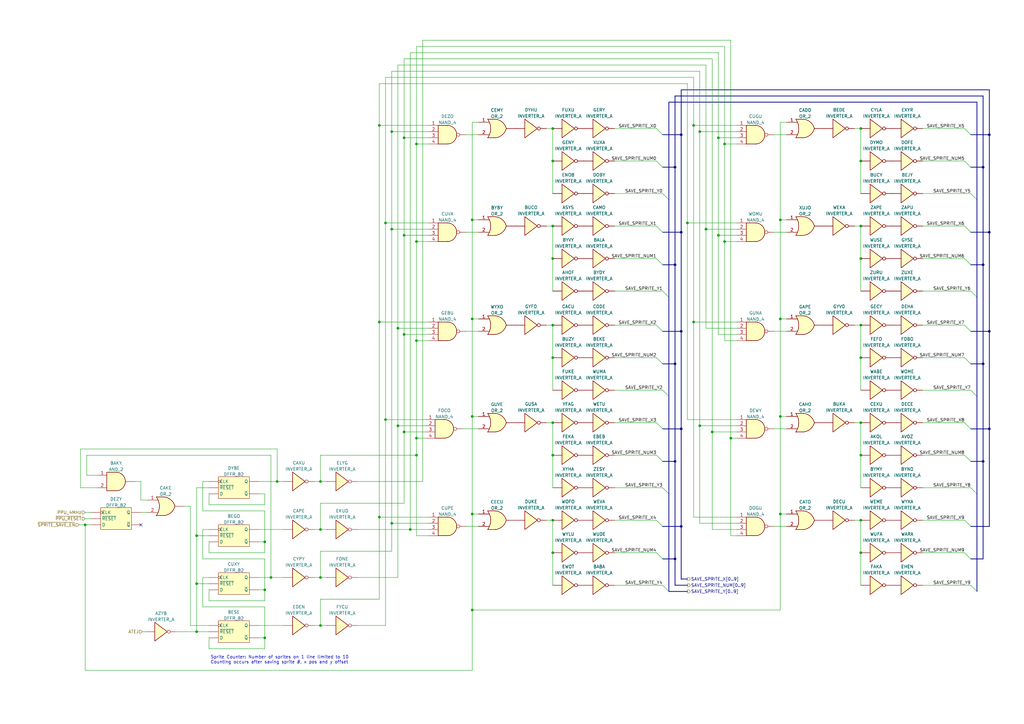
<source format=kicad_sch>
(kicad_sch (version 20230121) (generator eeschema)
  (paper "A3")
  (title_block (title "DMG-CPU B") (date "2023-04-22") (rev "0.5") (company "CC-BY-SA-4.0 Régis Galland & Michael Singer -- Derived work from Furrtek") (comment 1 "https://github.com/msinger/dmg-schematics"))
  (junction (at 80.645 219.71))
  (junction (at 405.765 135.89))
  (junction (at 34.925 215.265))
  (junction (at 160.655 214.63))
  (junction (at 405.765 55.245))
  (junction (at 320.04 210.82))
  (junction (at 108.585 241.935))
  (junction (at 289.56 93.98))
  (junction (at 287.02 53.975))
  (junction (at 226.695 52.705))
  (junction (at 297.18 99.06))
  (junction (at 405.765 175.895))
  (junction (at 131.445 197.485))
  (junction (at 320.04 90.17))
  (junction (at 284.48 132.08))
  (junction (at 131.445 256.54))
  (junction (at 80.645 239.395))
  (junction (at 320.04 130.81))
  (junction (at 299.72 179.705))
  (junction (at 165.735 137.16))
  (junction (at 353.06 92.71))
  (junction (at 111.125 236.855))
  (junction (at 155.575 51.435))
  (junction (at 353.06 173.355))
  (junction (at 294.64 56.515))
  (junction (at 108.585 222.25))
  (junction (at 155.575 212.09))
  (junction (at 403.225 108.585))
  (junction (at 226.695 213.36))
  (junction (at 113.665 197.485))
  (junction (at 292.1 177.165))
  (junction (at 403.225 189.23))
  (junction (at 226.695 186.69))
  (junction (at 276.86 149.225))
  (junction (at 276.86 68.58))
  (junction (at 353.06 66.04))
  (junction (at 226.695 146.685))
  (junction (at 163.195 134.62))
  (junction (at 403.225 149.225))
  (junction (at 160.655 93.98))
  (junction (at 155.575 132.08))
  (junction (at 353.06 213.36))
  (junction (at 353.06 106.045))
  (junction (at 168.275 217.17))
  (junction (at 193.675 90.17))
  (junction (at 297.18 59.055))
  (junction (at 279.4 95.25))
  (junction (at 226.695 226.695))
  (junction (at 131.445 236.855))
  (junction (at 279.4 215.9))
  (junction (at 276.86 189.23))
  (junction (at 276.86 108.585))
  (junction (at 193.675 130.81))
  (junction (at 353.06 146.685))
  (junction (at 226.695 173.355))
  (junction (at 193.675 250.19))
  (junction (at 276.86 229.235))
  (junction (at 287.02 174.625))
  (junction (at 170.815 186.69))
  (junction (at 170.815 179.705))
  (junction (at 403.225 68.58))
  (junction (at 226.695 92.71))
  (junction (at 165.735 177.165))
  (junction (at 353.06 133.35))
  (junction (at 284.48 51.435))
  (junction (at 160.655 53.975))
  (junction (at 320.04 170.815))
  (junction (at 353.06 52.705))
  (junction (at 163.195 174.625))
  (junction (at 279.4 175.895))
  (junction (at 279.4 135.89))
  (junction (at 165.735 56.515))
  (junction (at 80.645 259.08))
  (junction (at 226.695 66.04))
  (junction (at 158.115 172.085))
  (junction (at 226.695 106.045))
  (junction (at 353.06 186.69))
  (junction (at 353.06 226.695))
  (junction (at 279.4 55.245))
  (junction (at 226.695 133.35))
  (junction (at 405.765 95.25))
  (junction (at 170.815 99.06))
  (junction (at 108.585 261.62))
  (junction (at 158.115 91.44))
  (junction (at 131.445 217.17))
  (junction (at 294.64 96.52))
  (junction (at 193.675 210.82))
  (junction (at 165.735 96.52))
  (junction (at 193.675 170.815))
  (junction (at 170.815 139.7))
  (junction (at 170.815 59.055))
  (junction (at 281.94 91.44))
  (no_connect (at 57.785 215.265))
  (bus_entry (at 269.24 133.35) (size 2.54 2.54))
  (bus_entry (at 395.605 106.045) (size 2.54 2.54))
  (bus_entry (at 395.605 66.04) (size 2.54 2.54))
  (bus_entry (at 395.605 133.35) (size 2.54 2.54))
  (bus_entry (at 398.145 200.025) (size 2.54 2.54))
  (bus_entry (at 269.24 213.36) (size 2.54 2.54))
  (bus_entry (at 269.24 92.71) (size 2.54 2.54))
  (bus_entry (at 395.605 92.71) (size 2.54 2.54))
  (bus_entry (at 269.24 146.685) (size 2.54 2.54))
  (bus_entry (at 395.605 213.36) (size 2.54 2.54))
  (bus_entry (at 269.24 66.04) (size 2.54 2.54))
  (bus_entry (at 398.145 119.38) (size 2.54 2.54))
  (bus_entry (at 269.24 52.705) (size 2.54 2.54))
  (bus_entry (at 271.78 79.375) (size 2.54 2.54))
  (bus_entry (at 395.605 146.685) (size 2.54 2.54))
  (bus_entry (at 269.24 173.355) (size 2.54 2.54))
  (bus_entry (at 395.605 173.355) (size 2.54 2.54))
  (bus_entry (at 398.145 240.03) (size 2.54 2.54))
  (bus_entry (at 395.605 52.705) (size 2.54 2.54))
  (bus_entry (at 395.605 226.695) (size 2.54 2.54))
  (bus_entry (at 271.78 160.02) (size 2.54 2.54))
  (bus_entry (at 398.145 160.02) (size 2.54 2.54))
  (bus_entry (at 271.78 119.38) (size 2.54 2.54))
  (bus_entry (at 269.24 106.045) (size 2.54 2.54))
  (bus_entry (at 398.145 79.375) (size 2.54 2.54))
  (bus_entry (at 269.24 226.695) (size 2.54 2.54))
  (bus_entry (at 271.78 240.03) (size 2.54 2.54))
  (bus_entry (at 395.605 186.69) (size 2.54 2.54))
  (bus_entry (at 269.24 186.69) (size 2.54 2.54))
  (bus_entry (at 271.78 200.025) (size 2.54 2.54))
  (wire (pts (xy 170.815 59.055) (xy 170.815 99.06)))
  (wire (pts (xy 378.46 226.695) (xy 395.605 226.695)))
  (wire (pts (xy 193.675 170.815) (xy 193.675 210.82)))
  (wire (pts (xy 80.645 239.395) (xy 85.725 239.395)))
  (wire (pts (xy 322.58 130.81) (xy 320.04 130.81)))
  (wire (pts (xy 165.735 24.13) (xy 165.735 56.515)))
  (wire (pts (xy 350.52 133.35) (xy 353.06 133.35)))
  (wire (pts (xy 131.445 186.69) (xy 170.815 186.69)))
  (wire (pts (xy 297.18 59.055) (xy 302.26 59.055)))
  (wire (pts (xy 353.06 66.04) (xy 353.06 79.375)))
  (wire (pts (xy 111.125 236.855) (xy 111.125 186.69)))
  (wire (pts (xy 378.46 160.02) (xy 398.145 160.02)))
  (wire (pts (xy 83.185 236.855) (xy 85.725 236.855)))
  (wire (pts (xy 131.445 256.54) (xy 128.905 256.54)))
  (bus (pts (xy 271.78 95.25) (xy 279.4 95.25)))
  (wire (pts (xy 353.06 186.69) (xy 353.06 200.025)))
  (wire (pts (xy 196.215 50.165) (xy 193.675 50.165)))
  (bus (pts (xy 405.765 215.9) (xy 405.765 175.895)))
  (bus (pts (xy 274.32 202.565) (xy 274.32 162.56)))
  (wire (pts (xy 163.195 134.62) (xy 175.895 134.62)))
  (wire (pts (xy 146.685 197.485) (xy 173.355 197.485)))
  (wire (pts (xy 146.685 256.54) (xy 158.115 256.54)))
  (wire (pts (xy 34.925 215.265) (xy 34.925 274.955)))
  (bus (pts (xy 271.78 215.9) (xy 279.4 215.9)))
  (wire (pts (xy 378.46 146.685) (xy 395.605 146.685)))
  (bus (pts (xy 279.4 237.49) (xy 279.4 215.9)))
  (wire (pts (xy 322.58 55.245) (xy 317.5 55.245)))
  (wire (pts (xy 322.58 175.895) (xy 317.5 175.895)))
  (wire (pts (xy 155.575 51.435) (xy 155.575 132.08)))
  (wire (pts (xy 85.725 266.065) (xy 108.585 266.065)))
  (wire (pts (xy 160.655 214.63) (xy 175.895 214.63)))
  (wire (pts (xy 353.06 226.695) (xy 353.06 240.03)))
  (wire (pts (xy 80.645 259.08) (xy 85.725 259.08)))
  (wire (pts (xy 170.815 219.71) (xy 175.895 219.71)))
  (wire (pts (xy 170.815 179.705) (xy 170.815 139.7)))
  (wire (pts (xy 165.735 137.16) (xy 165.735 177.165)))
  (wire (pts (xy 292.1 217.17) (xy 302.26 217.17)))
  (wire (pts (xy 284.48 51.435) (xy 284.48 132.08)))
  (wire (pts (xy 320.04 90.17) (xy 320.04 130.81)))
  (wire (pts (xy 131.445 197.485) (xy 128.905 197.485)))
  (wire (pts (xy 40.005 200.025) (xy 33.02 200.025)))
  (bus (pts (xy 279.4 215.9) (xy 279.4 175.895)))
  (wire (pts (xy 33.02 184.15) (xy 113.665 184.15)))
  (bus (pts (xy 276.86 240.03) (xy 281.94 240.03)))
  (wire (pts (xy 165.735 177.165) (xy 174.625 177.165)))
  (wire (pts (xy 85.725 202.565) (xy 85.725 207.01)))
  (wire (pts (xy 131.445 236.855) (xy 131.445 226.06)))
  (wire (pts (xy 80.645 239.395) (xy 80.645 259.08)))
  (wire (pts (xy 80.645 200.025) (xy 85.725 200.025)))
  (wire (pts (xy 34.925 274.955) (xy 193.675 274.955)))
  (wire (pts (xy 108.585 207.01) (xy 108.585 202.565)))
  (wire (pts (xy 196.215 210.82) (xy 193.675 210.82)))
  (wire (pts (xy 299.72 179.705) (xy 302.26 179.705)))
  (bus (pts (xy 279.4 55.245) (xy 279.4 36.83)))
  (wire (pts (xy 226.695 226.695) (xy 226.695 240.03)))
  (wire (pts (xy 173.355 16.51) (xy 299.72 16.51)))
  (bus (pts (xy 405.765 55.245) (xy 405.765 95.25)))
  (wire (pts (xy 252.095 119.38) (xy 271.78 119.38)))
  (wire (pts (xy 287.02 174.625) (xy 287.02 214.63)))
  (wire (pts (xy 322.58 170.815) (xy 320.04 170.815)))
  (wire (pts (xy 284.48 212.09) (xy 302.26 212.09)))
  (wire (pts (xy 57.785 205.105) (xy 60.325 205.105)))
  (wire (pts (xy 320.04 50.165) (xy 320.04 90.17)))
  (wire (pts (xy 292.1 177.165) (xy 302.26 177.165)))
  (wire (pts (xy 78.105 207.645) (xy 75.565 207.645)))
  (wire (pts (xy 224.155 173.355) (xy 226.695 173.355)))
  (wire (pts (xy 322.58 90.17) (xy 320.04 90.17)))
  (wire (pts (xy 131.445 245.745) (xy 155.575 245.745)))
  (wire (pts (xy 158.115 31.75) (xy 284.48 31.75)))
  (wire (pts (xy 32.385 215.265) (xy 34.925 215.265)))
  (wire (pts (xy 353.06 213.36) (xy 353.06 226.695)))
  (wire (pts (xy 252.095 146.685) (xy 269.24 146.685)))
  (wire (pts (xy 297.18 139.7) (xy 302.26 139.7)))
  (wire (pts (xy 111.125 236.855) (xy 116.205 236.855)))
  (wire (pts (xy 350.52 52.705) (xy 353.06 52.705)))
  (wire (pts (xy 289.56 134.62) (xy 302.26 134.62)))
  (bus (pts (xy 400.685 242.57) (xy 400.685 202.565)))
  (wire (pts (xy 226.695 146.685) (xy 226.695 133.35)))
  (bus (pts (xy 276.86 229.235) (xy 276.86 189.23)))
  (bus (pts (xy 279.4 175.895) (xy 279.4 135.89)))
  (bus (pts (xy 276.86 68.58) (xy 276.86 108.585)))
  (wire (pts (xy 378.46 213.36) (xy 395.605 213.36)))
  (bus (pts (xy 271.78 55.245) (xy 279.4 55.245)))
  (wire (pts (xy 170.815 99.06) (xy 175.895 99.06)))
  (wire (pts (xy 131.445 256.54) (xy 131.445 245.745)))
  (bus (pts (xy 276.86 240.03) (xy 276.86 229.235)))
  (wire (pts (xy 320.04 210.82) (xy 320.04 250.19)))
  (wire (pts (xy 108.585 202.565) (xy 106.045 202.565)))
  (wire (pts (xy 55.245 197.485) (xy 57.785 197.485)))
  (wire (pts (xy 163.195 26.67) (xy 289.56 26.67)))
  (wire (pts (xy 83.185 229.235) (xy 108.585 229.235)))
  (wire (pts (xy 34.925 215.265) (xy 37.465 215.265)))
  (wire (pts (xy 158.115 31.75) (xy 158.115 91.44)))
  (wire (pts (xy 158.115 256.54) (xy 158.115 172.085)))
  (wire (pts (xy 113.665 197.485) (xy 116.205 197.485)))
  (wire (pts (xy 160.655 29.21) (xy 287.02 29.21)))
  (wire (pts (xy 294.64 56.515) (xy 294.64 21.59)))
  (bus (pts (xy 274.32 121.92) (xy 274.32 81.915)))
  (wire (pts (xy 292.1 177.165) (xy 292.1 217.17)))
  (wire (pts (xy 168.275 21.59) (xy 294.64 21.59)))
  (wire (pts (xy 294.64 96.52) (xy 294.64 56.515)))
  (wire (pts (xy 196.215 130.81) (xy 193.675 130.81)))
  (wire (pts (xy 170.815 186.69) (xy 170.815 219.71)))
  (wire (pts (xy 155.575 34.29) (xy 155.575 51.435)))
  (wire (pts (xy 353.06 66.04) (xy 353.06 52.705)))
  (wire (pts (xy 196.215 95.25) (xy 191.135 95.25)))
  (bus (pts (xy 274.32 81.915) (xy 274.32 41.91)))
  (wire (pts (xy 353.06 186.69) (xy 353.06 173.355)))
  (wire (pts (xy 170.815 59.055) (xy 175.895 59.055)))
  (wire (pts (xy 158.115 91.44) (xy 158.115 172.085)))
  (wire (pts (xy 196.215 175.895) (xy 189.865 175.895)))
  (wire (pts (xy 170.815 179.705) (xy 170.815 186.69)))
  (wire (pts (xy 170.815 19.05) (xy 170.815 59.055)))
  (wire (pts (xy 252.095 92.71) (xy 269.24 92.71)))
  (wire (pts (xy 224.155 52.705) (xy 226.695 52.705)))
  (bus (pts (xy 398.145 229.235) (xy 403.225 229.235)))
  (bus (pts (xy 400.685 162.56) (xy 400.685 202.565)))
  (bus (pts (xy 271.78 229.235) (xy 276.86 229.235)))
  (wire (pts (xy 322.58 135.89) (xy 317.5 135.89)))
  (wire (pts (xy 287.02 53.975) (xy 302.26 53.975)))
  (bus (pts (xy 274.32 162.56) (xy 274.32 121.92)))
  (bus (pts (xy 274.32 242.57) (xy 274.32 202.565)))
  (wire (pts (xy 85.725 222.25) (xy 85.725 226.695)))
  (wire (pts (xy 133.985 236.855) (xy 131.445 236.855)))
  (bus (pts (xy 403.225 108.585) (xy 403.225 149.225)))
  (wire (pts (xy 289.56 93.98) (xy 289.56 26.67)))
  (wire (pts (xy 35.56 194.945) (xy 40.005 194.945)))
  (wire (pts (xy 378.46 79.375) (xy 398.145 79.375)))
  (wire (pts (xy 160.655 53.975) (xy 160.655 93.98)))
  (wire (pts (xy 165.735 206.375) (xy 165.735 177.165)))
  (wire (pts (xy 378.46 133.35) (xy 395.605 133.35)))
  (wire (pts (xy 173.355 197.485) (xy 173.355 16.51)))
  (wire (pts (xy 281.94 91.44) (xy 281.94 172.085)))
  (wire (pts (xy 108.585 222.25) (xy 106.045 222.25)))
  (wire (pts (xy 85.725 256.54) (xy 78.105 256.54)))
  (bus (pts (xy 281.94 237.49) (xy 279.4 237.49)))
  (bus (pts (xy 398.145 68.58) (xy 403.225 68.58)))
  (wire (pts (xy 160.655 29.21) (xy 160.655 53.975)))
  (wire (pts (xy 85.725 217.17) (xy 83.185 217.17)))
  (wire (pts (xy 108.585 261.62) (xy 106.045 261.62)))
  (bus (pts (xy 405.765 135.89) (xy 405.765 175.895)))
  (wire (pts (xy 146.685 236.855) (xy 163.195 236.855)))
  (wire (pts (xy 252.095 106.045) (xy 269.24 106.045)))
  (wire (pts (xy 193.675 250.19) (xy 193.675 210.82)))
  (wire (pts (xy 297.18 99.06) (xy 297.18 139.7)))
  (wire (pts (xy 170.815 179.705) (xy 174.625 179.705)))
  (wire (pts (xy 108.585 266.065) (xy 108.585 261.62)))
  (wire (pts (xy 287.02 53.975) (xy 287.02 174.625)))
  (wire (pts (xy 226.695 66.04) (xy 226.695 79.375)))
  (wire (pts (xy 155.575 132.08) (xy 155.575 212.09)))
  (bus (pts (xy 403.225 68.58) (xy 403.225 108.585)))
  (bus (pts (xy 279.4 135.89) (xy 279.4 95.25)))
  (wire (pts (xy 158.115 91.44) (xy 175.895 91.44)))
  (wire (pts (xy 378.46 200.025) (xy 398.145 200.025)))
  (wire (pts (xy 108.585 229.235) (xy 108.585 241.935)))
  (wire (pts (xy 196.215 135.89) (xy 191.135 135.89)))
  (wire (pts (xy 106.045 197.485) (xy 113.665 197.485)))
  (wire (pts (xy 80.645 239.395) (xy 80.645 219.71)))
  (bus (pts (xy 405.765 95.25) (xy 405.765 135.89)))
  (wire (pts (xy 320.04 250.19) (xy 193.675 250.19)))
  (wire (pts (xy 131.445 206.375) (xy 165.735 206.375)))
  (wire (pts (xy 294.64 96.52) (xy 302.26 96.52)))
  (bus (pts (xy 271.78 189.23) (xy 276.86 189.23)))
  (wire (pts (xy 168.275 21.59) (xy 168.275 217.17)))
  (bus (pts (xy 276.86 189.23) (xy 276.86 149.225)))
  (wire (pts (xy 193.675 50.165) (xy 193.675 90.17)))
  (bus (pts (xy 276.86 149.225) (xy 276.86 108.585)))
  (wire (pts (xy 350.52 213.36) (xy 353.06 213.36)))
  (bus (pts (xy 398.145 215.9) (xy 405.765 215.9)))
  (wire (pts (xy 133.985 217.17) (xy 131.445 217.17)))
  (wire (pts (xy 83.185 236.855) (xy 83.185 248.92)))
  (bus (pts (xy 398.145 149.225) (xy 403.225 149.225)))
  (wire (pts (xy 158.115 172.085) (xy 174.625 172.085)))
  (wire (pts (xy 350.52 92.71) (xy 353.06 92.71)))
  (wire (pts (xy 322.58 50.165) (xy 320.04 50.165)))
  (bus (pts (xy 271.78 108.585) (xy 276.86 108.585)))
  (wire (pts (xy 281.94 34.29) (xy 281.94 91.44)))
  (wire (pts (xy 287.02 214.63) (xy 302.26 214.63)))
  (bus (pts (xy 400.685 81.915) (xy 400.685 121.92)))
  (wire (pts (xy 83.185 248.92) (xy 108.585 248.92)))
  (wire (pts (xy 155.575 51.435) (xy 175.895 51.435)))
  (wire (pts (xy 226.695 186.69) (xy 226.695 200.025)))
  (wire (pts (xy 292.1 24.13) (xy 292.1 177.165)))
  (bus (pts (xy 398.145 108.585) (xy 403.225 108.585)))
  (wire (pts (xy 287.02 53.975) (xy 287.02 29.21)))
  (wire (pts (xy 284.48 31.75) (xy 284.48 51.435)))
  (wire (pts (xy 299.72 16.51) (xy 299.72 179.705)))
  (wire (pts (xy 165.735 24.13) (xy 292.1 24.13)))
  (bus (pts (xy 398.145 135.89) (xy 405.765 135.89)))
  (wire (pts (xy 281.94 172.085) (xy 302.26 172.085)))
  (wire (pts (xy 108.585 248.92) (xy 108.585 261.62)))
  (wire (pts (xy 165.735 56.515) (xy 165.735 96.52)))
  (wire (pts (xy 34.925 212.725) (xy 37.465 212.725)))
  (wire (pts (xy 252.095 160.02) (xy 271.78 160.02)))
  (wire (pts (xy 146.685 217.17) (xy 168.275 217.17)))
  (bus (pts (xy 271.78 135.89) (xy 279.4 135.89)))
  (wire (pts (xy 108.585 209.55) (xy 108.585 222.25)))
  (wire (pts (xy 252.095 66.04) (xy 269.24 66.04)))
  (wire (pts (xy 85.725 241.935) (xy 85.725 246.38)))
  (wire (pts (xy 131.445 226.06) (xy 160.655 226.06)))
  (bus (pts (xy 400.685 121.92) (xy 400.685 162.56)))
  (wire (pts (xy 353.06 106.045) (xy 353.06 119.38)))
  (bus (pts (xy 405.765 55.245) (xy 405.765 36.83)))
  (wire (pts (xy 378.46 240.03) (xy 398.145 240.03)))
  (wire (pts (xy 78.105 256.54) (xy 78.105 207.645)))
  (bus (pts (xy 279.4 36.83) (xy 405.765 36.83)))
  (wire (pts (xy 302.26 51.435) (xy 284.48 51.435)))
  (wire (pts (xy 226.695 173.355) (xy 226.695 186.69)))
  (wire (pts (xy 160.655 93.98) (xy 160.655 214.63)))
  (wire (pts (xy 163.195 134.62) (xy 163.195 174.625)))
  (wire (pts (xy 85.725 207.01) (xy 108.585 207.01)))
  (wire (pts (xy 196.215 90.17) (xy 193.675 90.17)))
  (wire (pts (xy 34.925 210.185) (xy 37.465 210.185)))
  (wire (pts (xy 297.18 59.055) (xy 297.18 99.06)))
  (wire (pts (xy 165.735 137.16) (xy 175.895 137.16)))
  (wire (pts (xy 378.46 119.38) (xy 398.145 119.38)))
  (wire (pts (xy 299.72 219.71) (xy 302.26 219.71)))
  (wire (pts (xy 106.045 256.54) (xy 116.205 256.54)))
  (wire (pts (xy 111.125 186.69) (xy 35.56 186.69)))
  (wire (pts (xy 224.155 213.36) (xy 226.695 213.36)))
  (wire (pts (xy 193.675 130.81) (xy 193.675 170.815)))
  (wire (pts (xy 353.06 133.35) (xy 353.06 146.685)))
  (wire (pts (xy 131.445 236.855) (xy 128.905 236.855)))
  (wire (pts (xy 322.58 95.25) (xy 317.5 95.25)))
  (wire (pts (xy 378.46 52.705) (xy 395.605 52.705)))
  (wire (pts (xy 163.195 174.625) (xy 174.625 174.625)))
  (wire (pts (xy 155.575 212.09) (xy 175.895 212.09)))
  (wire (pts (xy 252.095 186.69) (xy 269.24 186.69)))
  (wire (pts (xy 163.195 26.67) (xy 163.195 134.62)))
  (wire (pts (xy 131.445 217.17) (xy 128.905 217.17)))
  (wire (pts (xy 168.275 217.17) (xy 175.895 217.17)))
  (wire (pts (xy 252.095 213.36) (xy 269.24 213.36)))
  (wire (pts (xy 353.06 106.045) (xy 353.06 92.71)))
  (wire (pts (xy 170.815 19.05) (xy 297.18 19.05)))
  (wire (pts (xy 252.095 52.705) (xy 269.24 52.705)))
  (bus (pts (xy 276.86 39.37) (xy 403.225 39.37)))
  (wire (pts (xy 155.575 245.745) (xy 155.575 212.09)))
  (bus (pts (xy 274.32 41.91) (xy 400.685 41.91)))
  (wire (pts (xy 294.64 137.16) (xy 294.64 96.52)))
  (wire (pts (xy 85.725 246.38) (xy 108.585 246.38)))
  (bus (pts (xy 271.78 149.225) (xy 276.86 149.225)))
  (wire (pts (xy 131.445 197.485) (xy 131.445 186.69)))
  (bus (pts (xy 398.145 95.25) (xy 405.765 95.25)))
  (wire (pts (xy 322.58 210.82) (xy 320.04 210.82)))
  (wire (pts (xy 165.735 56.515) (xy 175.895 56.515)))
  (wire (pts (xy 106.045 236.855) (xy 111.125 236.855)))
  (wire (pts (xy 284.48 132.08) (xy 302.26 132.08)))
  (wire (pts (xy 193.675 90.17) (xy 193.675 130.81)))
  (wire (pts (xy 294.64 56.515) (xy 302.26 56.515)))
  (wire (pts (xy 83.185 197.485) (xy 85.725 197.485)))
  (wire (pts (xy 57.785 197.485) (xy 57.785 205.105)))
  (wire (pts (xy 160.655 226.06) (xy 160.655 214.63)))
  (wire (pts (xy 226.695 106.045) (xy 226.695 119.38)))
  (bus (pts (xy 403.225 39.37) (xy 403.225 68.58)))
  (wire (pts (xy 160.655 93.98) (xy 175.895 93.98)))
  (bus (pts (xy 398.145 55.245) (xy 405.765 55.245)))
  (wire (pts (xy 252.095 173.355) (xy 269.24 173.355)))
  (wire (pts (xy 378.46 106.045) (xy 395.605 106.045)))
  (wire (pts (xy 170.815 139.7) (xy 170.815 99.06)))
  (bus (pts (xy 398.145 189.23) (xy 403.225 189.23)))
  (wire (pts (xy 226.695 213.36) (xy 226.695 226.695)))
  (wire (pts (xy 193.675 274.955) (xy 193.675 250.19)))
  (wire (pts (xy 155.575 34.29) (xy 281.94 34.29)))
  (wire (pts (xy 378.46 173.355) (xy 395.605 173.355)))
  (wire (pts (xy 353.06 146.685) (xy 353.06 160.02)))
  (wire (pts (xy 297.18 99.06) (xy 302.26 99.06)))
  (wire (pts (xy 163.195 236.855) (xy 163.195 174.625)))
  (bus (pts (xy 274.32 242.57) (xy 281.94 242.57)))
  (wire (pts (xy 83.185 217.17) (xy 83.185 229.235)))
  (wire (pts (xy 226.695 52.705) (xy 226.695 66.04)))
  (wire (pts (xy 131.445 217.17) (xy 131.445 206.375)))
  (wire (pts (xy 57.785 210.185) (xy 60.325 210.185)))
  (wire (pts (xy 108.585 246.38) (xy 108.585 241.935)))
  (bus (pts (xy 403.225 149.225) (xy 403.225 189.23)))
  (wire (pts (xy 160.655 53.975) (xy 175.895 53.975)))
  (wire (pts (xy 108.585 241.935) (xy 106.045 241.935)))
  (bus (pts (xy 398.145 175.895) (xy 405.765 175.895)))
  (wire (pts (xy 196.215 215.9) (xy 191.135 215.9)))
  (wire (pts (xy 72.39 259.08) (xy 80.645 259.08)))
  (wire (pts (xy 294.64 137.16) (xy 302.26 137.16)))
  (wire (pts (xy 252.095 200.025) (xy 271.78 200.025)))
  (bus (pts (xy 271.78 68.58) (xy 276.86 68.58)))
  (wire (pts (xy 196.215 170.815) (xy 193.675 170.815)))
  (wire (pts (xy 320.04 170.815) (xy 320.04 210.82)))
  (wire (pts (xy 284.48 132.08) (xy 284.48 212.09)))
  (wire (pts (xy 252.095 226.695) (xy 269.24 226.695)))
  (wire (pts (xy 165.735 96.52) (xy 175.895 96.52)))
  (wire (pts (xy 170.815 139.7) (xy 175.895 139.7)))
  (bus (pts (xy 271.78 175.895) (xy 279.4 175.895)))
  (wire (pts (xy 58.42 259.08) (xy 59.69 259.08)))
  (wire (pts (xy 226.695 146.685) (xy 226.695 160.02)))
  (wire (pts (xy 33.02 200.025) (xy 33.02 184.15)))
  (wire (pts (xy 252.095 133.35) (xy 269.24 133.35)))
  (bus (pts (xy 276.86 68.58) (xy 276.86 39.37)))
  (bus (pts (xy 400.685 81.915) (xy 400.685 41.91)))
  (wire (pts (xy 80.645 219.71) (xy 85.725 219.71)))
  (wire (pts (xy 350.52 173.355) (xy 353.06 173.355)))
  (wire (pts (xy 320.04 130.81) (xy 320.04 170.815)))
  (wire (pts (xy 224.155 92.71) (xy 226.695 92.71)))
  (wire (pts (xy 83.185 209.55) (xy 108.585 209.55)))
  (wire (pts (xy 196.215 55.245) (xy 191.135 55.245)))
  (wire (pts (xy 297.18 59.055) (xy 297.18 19.05)))
  (wire (pts (xy 322.58 215.9) (xy 317.5 215.9)))
  (wire (pts (xy 289.56 134.62) (xy 289.56 93.98)))
  (wire (pts (xy 83.185 197.485) (xy 83.185 209.55)))
  (wire (pts (xy 224.155 133.35) (xy 226.695 133.35)))
  (wire (pts (xy 281.94 91.44) (xy 302.26 91.44)))
  (wire (pts (xy 378.46 186.69) (xy 395.605 186.69)))
  (wire (pts (xy 113.665 184.15) (xy 113.665 197.485)))
  (wire (pts (xy 85.725 226.695) (xy 108.585 226.695)))
  (wire (pts (xy 106.045 217.17) (xy 116.205 217.17)))
  (wire (pts (xy 226.695 92.71) (xy 226.695 106.045)))
  (wire (pts (xy 287.02 174.625) (xy 302.26 174.625)))
  (wire (pts (xy 80.645 200.025) (xy 80.645 219.71)))
  (wire (pts (xy 378.46 92.71) (xy 395.605 92.71)))
  (wire (pts (xy 85.725 261.62) (xy 85.725 266.065)))
  (bus (pts (xy 279.4 55.245) (xy 279.4 95.25)))
  (wire (pts (xy 35.56 186.69) (xy 35.56 194.945)))
  (wire (pts (xy 299.72 179.705) (xy 299.72 219.71)))
  (bus (pts (xy 403.225 189.23) (xy 403.225 229.235)))
  (wire (pts (xy 252.095 79.375) (xy 271.78 79.375)))
  (wire (pts (xy 133.985 197.485) (xy 131.445 197.485)))
  (wire (pts (xy 165.735 137.16) (xy 165.735 96.52)))
  (wire (pts (xy 108.585 226.695) (xy 108.585 222.25)))
  (wire (pts (xy 155.575 132.08) (xy 175.895 132.08)))
  (wire (pts (xy 252.095 240.03) (xy 271.78 240.03)))
  (wire (pts (xy 289.56 93.98) (xy 302.26 93.98)))
  (wire (pts (xy 378.46 66.04) (xy 395.605 66.04)))
  (wire (pts (xy 133.985 256.54) (xy 131.445 256.54)))
  (text "Sprite Counter: Number of sprites on 1 line limited to 10\nCounting occurs after saving sprite #, x pos and y offset" (at 86.36 272.415 0) (effects (font (size 1.27 1.27)) (justify left bottom)))
  (label "SAVE_SPRITE_NUM0" (at 269.24 66.04 180))
  (label "SAVE_SPRITE_NUM8" (at 395.605 186.69 180))
  (label "SAVE_SPRITE_X4" (at 269.24 213.36 180))
  (label "SAVE_SPRITE_Y3" (at 271.78 200.025 180))
  (label "SAVE_SPRITE_X0" (at 269.24 52.705 180))
  (label "SAVE_SPRITE_Y2" (at 271.78 160.02 180))
  (label "SAVE_SPRITE_NUM9" (at 395.605 226.695 180))
  (label "SAVE_SPRITE_NUM1" (at 269.24 106.045 180))
  (label "SAVE_SPRITE_Y1" (at 271.78 119.38 180))
  (label "SAVE_SPRITE_X2" (at 269.24 133.35 180))
  (label "SAVE_SPRITE_X5" (at 395.605 52.705 180))
  (label "SAVE_SPRITE_NUM6" (at 395.605 106.045 180))
  (label "SAVE_SPRITE_NUM7" (at 395.605 146.685 180))
  (label "SAVE_SPRITE_NUM4" (at 269.24 226.695 180))
  (label "SAVE_SPRITE_Y9" (at 398.145 240.03 180))
  (label "SAVE_SPRITE_X6" (at 395.605 92.71 180))
  (label "SAVE_SPRITE_X8" (at 395.605 173.355 180))
  (label "SAVE_SPRITE_NUM3" (at 269.24 186.69 180))
  (label "SAVE_SPRITE_X7" (at 395.605 133.35 180))
  (label "SAVE_SPRITE_Y6" (at 398.145 119.38 180))
  (label "SAVE_SPRITE_Y8" (at 398.145 200.025 180))
  (label "SAVE_SPRITE_X1" (at 269.24 92.71 180))
  (label "SAVE_SPRITE_Y0" (at 271.78 79.375 180))
  (label "SAVE_SPRITE_X3" (at 269.24 173.355 180))
  (label "SAVE_SPRITE_Y7" (at 398.145 160.02 180))
  (label "SAVE_SPRITE_NUM5" (at 395.605 66.04 180))
  (label "SAVE_SPRITE_NUM2" (at 269.24 146.685 180))
  (label "SAVE_SPRITE_Y4" (at 271.78 240.03 180))
  (label "SAVE_SPRITE_X9" (at 395.605 213.36 180))
  (label "SAVE_SPRITE_Y5" (at 398.145 79.375 180))
  (hierarchical_label "SAVE_SPRITE_NUM[0..9]" (shape output) (at 281.94 240.03 0))
  (hierarchical_label "PPU_4MHz" (shape input) (at 34.925 210.185 180))
  (hierarchical_label "SAVE_SPRITE_X[0..9]" (shape output) (at 281.94 237.49 0))
  (hierarchical_label "~{SPRITE_SAVE_EN}" (shape input) (at 32.385 215.265 180))
  (hierarchical_label "~{PPU_RESET}" (shape input) (at 34.925 212.725 180))
  (hierarchical_label "ATEJ" (shape input) (at 58.42 259.08 180))
  (hierarchical_label "SAVE_SPRITE_Y[0..9]" (shape output) (at 281.94 242.57 0))
  (symbol (lib_id "DMG_CPU_Cells:INVERTER_A") (at 372.11 226.695 0) (unit 1)
    (property "Reference" "WARA" (at 372.11 219.075 0))
    (property "Value" "INVERTER_A" (at 372.11 221.6119 0))
    (property "Datasheet" "http://iceboy.a-singer.de/doc/dmg_cells.html#inv_a" (effects hide))
  )
  (symbol (lib_id "DMG_CPU_Cells:INVERTER_A") (at 122.555 217.17 0) (unit 1)
    (property "Reference" "CAPE" (at 122.555 209.55 0))
    (property "Value" "INVERTER_A" (at 122.555 212.0869 0))
    (property "Datasheet" "http://iceboy.a-singer.de/doc/dmg_cells.html#inv_a" (effects hide))
  )
  (symbol (lib_id "DMG_CPU_Cells:INVERTER_A") (at 359.41 106.045 0) (unit 1)
    (property "Reference" "WUSE" (at 359.41 98.425 0))
    (property "Value" "INVERTER_A" (at 359.41 100.9619 0))
    (property "Datasheet" "http://iceboy.a-singer.de/doc/dmg_cells.html#inv_a" (effects hide))
  )
  (symbol (lib_id "DMG_CPU_Cells:INVERTER_A") (at 122.555 256.54 0) (unit 1)
    (property "Reference" "EDEN" (at 122.555 248.92 0))
    (property "Value" "INVERTER_A" (at 122.555 251.4569 0))
    (property "Datasheet" "http://iceboy.a-singer.de/doc/dmg_cells.html#inv_a" (effects hide))
  )
  (symbol (lib_id "DMG_CPU_Cells:OR_2") (at 203.835 133.35 0) (unit 1)
    (property "Reference" "WYXO" (at 203.8348 125.8402 0))
    (property "Value" "OR_2" (at 203.8348 128.3771 0))
    (property "Datasheet" "http://iceboy.a-singer.de/doc/dmg_cells.html#or2" (effects hide))
  )
  (symbol (lib_id "DMG_CPU_Cells:DFFR_B2") (at 95.885 239.395 0) (unit 1)
    (property "Reference" "CUXY" (at 95.885 231.3772 0))
    (property "Value" "DFFR_B2" (at 95.885 233.9141 0))
    (property "Datasheet" "http://iceboy.a-singer.de/doc/dmg_cells.html#dffr_b2" (effects hide))
  )
  (symbol (lib_id "DMG_CPU_Cells:AND_2") (at 47.625 197.485 0) (unit 1)
    (property "Reference" "BAKY" (at 47.625 189.9752 0))
    (property "Value" "AND_2" (at 47.625 192.5121 0))
    (property "Datasheet" "http://iceboy.a-singer.de/doc/dmg_cells.html#and2" (effects hide))
  )
  (symbol (lib_id "DMG_CPU_Cells:INVERTER_A") (at 217.805 133.35 0) (unit 1)
    (property "Reference" "GYFO" (at 217.805 125.73 0))
    (property "Value" "INVERTER_A" (at 217.805 128.2669 0))
    (property "Datasheet" "http://iceboy.a-singer.de/doc/dmg_cells.html#inv_a" (effects hide))
  )
  (symbol (lib_id "DMG_CPU_Cells:INVERTER_A") (at 245.745 226.695 0) (unit 1)
    (property "Reference" "WUDE" (at 245.745 219.075 0))
    (property "Value" "INVERTER_A" (at 245.745 221.6119 0))
    (property "Datasheet" "http://iceboy.a-singer.de/doc/dmg_cells.html#inv_a" (effects hide))
  )
  (symbol (lib_id "DMG_CPU_Cells:INVERTER_A") (at 140.335 197.485 0) (unit 1)
    (property "Reference" "ELYG" (at 140.335 189.865 0))
    (property "Value" "INVERTER_A" (at 140.335 192.4019 0))
    (property "Datasheet" "http://iceboy.a-singer.de/doc/dmg_cells.html#inv_a" (effects hide))
  )
  (symbol (lib_id "DMG_CPU_Cells:NAND_4") (at 309.88 95.25 0) (unit 1)
    (property "Reference" "WOMU" (at 309.88 87.7402 0))
    (property "Value" "NAND_4" (at 309.88 90.2771 0))
    (property "Datasheet" "http://iceboy.a-singer.de/doc/dmg_cells.html#nand4" (effects hide))
  )
  (symbol (lib_id "DMG_CPU_Cells:NAND_4") (at 182.245 175.895 0) (unit 1)
    (property "Reference" "FOCO" (at 182.245 168.3852 0))
    (property "Value" "NAND_4" (at 182.245 170.9221 0))
    (property "Datasheet" "http://iceboy.a-singer.de/doc/dmg_cells.html#nand4" (effects hide))
  )
  (symbol (lib_id "DMG_CPU_Cells:INVERTER_A") (at 217.805 52.705 0) (unit 1)
    (property "Reference" "DYHU" (at 217.805 45.085 0))
    (property "Value" "INVERTER_A" (at 217.805 47.6219 0))
    (property "Datasheet" "http://iceboy.a-singer.de/doc/dmg_cells.html#inv_a" (effects hide))
  )
  (symbol (lib_id "DMG_CPU_Cells:INVERTER_A") (at 372.11 66.04 0) (unit 1)
    (property "Reference" "DOFE" (at 372.11 58.42 0))
    (property "Value" "INVERTER_A" (at 372.11 60.9569 0))
    (property "Datasheet" "http://iceboy.a-singer.de/doc/dmg_cells.html#inv_a" (effects hide))
  )
  (symbol (lib_id "DMG_CPU_Cells:OR_2") (at 330.2 133.35 0) (unit 1)
    (property "Reference" "GAPE" (at 330.1998 125.8402 0))
    (property "Value" "OR_2" (at 330.1998 128.3771 0))
    (property "Datasheet" "http://iceboy.a-singer.de/doc/dmg_cells.html#or2" (effects hide))
  )
  (symbol (lib_id "DMG_CPU_Cells:NAND_4") (at 309.88 215.9 0) (unit 1)
    (property "Reference" "DOGU" (at 309.88 208.3902 0))
    (property "Value" "NAND_4" (at 309.88 210.9271 0))
    (property "Datasheet" "http://iceboy.a-singer.de/doc/dmg_cells.html#nand4" (effects hide))
  )
  (symbol (lib_id "DMG_CPU_Cells:NAND_4") (at 183.515 135.89 0) (unit 1)
    (property "Reference" "GEBU" (at 183.515 128.3802 0))
    (property "Value" "NAND_4" (at 183.515 130.9171 0))
    (property "Datasheet" "http://iceboy.a-singer.de/doc/dmg_cells.html#nand4" (effects hide))
  )
  (symbol (lib_id "DMG_CPU_Cells:INVERTER_A") (at 245.745 240.03 0) (unit 1)
    (property "Reference" "BABA" (at 245.745 232.41 0))
    (property "Value" "INVERTER_A" (at 245.745 234.9469 0))
    (property "Datasheet" "http://iceboy.a-singer.de/doc/dmg_cells.html#inv_a" (effects hide))
  )
  (symbol (lib_id "DMG_CPU_Cells:INVERTER_A") (at 359.41 92.71 0) (unit 1)
    (property "Reference" "ZAPE" (at 359.41 85.09 0))
    (property "Value" "INVERTER_A" (at 359.41 87.6269 0))
    (property "Datasheet" "http://iceboy.a-singer.de/doc/dmg_cells.html#inv_a" (effects hide))
  )
  (symbol (lib_id "DMG_CPU_Cells:INVERTER_A") (at 359.41 160.02 0) (unit 1)
    (property "Reference" "WABE" (at 359.41 152.4 0))
    (property "Value" "INVERTER_A" (at 359.41 154.9369 0))
    (property "Datasheet" "http://iceboy.a-singer.de/doc/dmg_cells.html#inv_a" (effects hide))
  )
  (symbol (lib_id "DMG_CPU_Cells:INVERTER_A") (at 359.41 79.375 0) (unit 1)
    (property "Reference" "BUCY" (at 359.41 71.755 0))
    (property "Value" "INVERTER_A" (at 359.41 74.2919 0))
    (property "Datasheet" "http://iceboy.a-singer.de/doc/dmg_cells.html#inv_a" (effects hide))
  )
  (symbol (lib_id "DMG_CPU_Cells:INVERTER_A") (at 217.805 213.36 0) (unit 1)
    (property "Reference" "DUKE" (at 217.805 205.74 0))
    (property "Value" "INVERTER_A" (at 217.805 208.2769 0))
    (property "Datasheet" "http://iceboy.a-singer.de/doc/dmg_cells.html#inv_a" (effects hide))
  )
  (symbol (lib_id "DMG_CPU_Cells:OR_2") (at 330.2 213.36 0) (unit 1)
    (property "Reference" "CATO" (at 330.1998 205.8502 0))
    (property "Value" "OR_2" (at 330.1998 208.3871 0))
    (property "Datasheet" "http://iceboy.a-singer.de/doc/dmg_cells.html#or2" (effects hide))
  )
  (symbol (lib_id "DMG_CPU_Cells:INVERTER_A") (at 372.11 213.36 0) (unit 1)
    (property "Reference" "WYXA" (at 372.11 205.74 0))
    (property "Value" "INVERTER_A" (at 372.11 208.2769 0))
    (property "Datasheet" "http://iceboy.a-singer.de/doc/dmg_cells.html#inv_a" (effects hide))
  )
  (symbol (lib_id "DMG_CPU_Cells:INVERTER_A") (at 122.555 236.855 0) (unit 1)
    (property "Reference" "CYPY" (at 122.555 229.235 0))
    (property "Value" "INVERTER_A" (at 122.555 231.7719 0))
    (property "Datasheet" "http://iceboy.a-singer.de/doc/dmg_cells.html#inv_a" (effects hide))
  )
  (symbol (lib_id "DMG_CPU_Cells:INVERTER_A") (at 372.11 146.685 0) (unit 1)
    (property "Reference" "FOBO" (at 372.11 139.065 0))
    (property "Value" "INVERTER_A" (at 372.11 141.6019 0))
    (property "Datasheet" "http://iceboy.a-singer.de/doc/dmg_cells.html#inv_a" (effects hide))
  )
  (symbol (lib_id "DMG_CPU_Cells:NAND_4") (at 183.515 55.245 0) (unit 1)
    (property "Reference" "DEZO" (at 183.515 47.7352 0))
    (property "Value" "NAND_4" (at 183.515 50.2721 0))
    (property "Datasheet" "http://iceboy.a-singer.de/doc/dmg_cells.html#nand4" (effects hide))
  )
  (symbol (lib_id "DMG_CPU_Cells:INVERTER_A") (at 359.41 200.025 0) (unit 1)
    (property "Reference" "BYMY" (at 359.41 192.405 0))
    (property "Value" "INVERTER_A" (at 359.41 194.9419 0))
    (property "Datasheet" "http://iceboy.a-singer.de/doc/dmg_cells.html#inv_a" (effects hide))
  )
  (symbol (lib_id "DMG_CPU_Cells:INVERTER_A") (at 233.045 66.04 0) (unit 1)
    (property "Reference" "GENY" (at 233.045 58.42 0))
    (property "Value" "INVERTER_A" (at 233.045 60.9569 0))
    (property "Datasheet" "http://iceboy.a-singer.de/doc/dmg_cells.html#inv_a" (effects hide))
  )
  (symbol (lib_id "DMG_CPU_Cells:INVERTER_A") (at 233.045 133.35 0) (unit 1)
    (property "Reference" "CACU" (at 233.045 125.73 0))
    (property "Value" "INVERTER_A" (at 233.045 128.2669 0))
    (property "Datasheet" "http://iceboy.a-singer.de/doc/dmg_cells.html#inv_a" (effects hide))
  )
  (symbol (lib_id "DMG_CPU_Cells:INVERTER_A") (at 233.045 226.695 0) (unit 1)
    (property "Reference" "WYLU" (at 233.045 219.075 0))
    (property "Value" "INVERTER_A" (at 233.045 221.6119 0))
    (property "Datasheet" "http://iceboy.a-singer.de/doc/dmg_cells.html#inv_a" (effects hide))
  )
  (symbol (lib_id "DMG_CPU_Cells:INVERTER_A") (at 372.11 186.69 0) (unit 1)
    (property "Reference" "AVOZ" (at 372.11 179.07 0))
    (property "Value" "INVERTER_A" (at 372.11 181.6069 0))
    (property "Datasheet" "http://iceboy.a-singer.de/doc/dmg_cells.html#inv_a" (effects hide))
  )
  (symbol (lib_id "DMG_CPU_Cells:INVERTER_A") (at 122.555 197.485 0) (unit 1)
    (property "Reference" "CAXU" (at 122.555 189.865 0))
    (property "Value" "INVERTER_A" (at 122.555 192.4019 0))
    (property "Datasheet" "http://iceboy.a-singer.de/doc/dmg_cells.html#inv_a" (effects hide))
  )
  (symbol (lib_id "DMG_CPU_Cells:INVERTER_A") (at 245.745 92.71 0) (unit 1)
    (property "Reference" "CAMO" (at 245.745 85.09 0))
    (property "Value" "INVERTER_A" (at 245.745 87.6269 0))
    (property "Datasheet" "http://iceboy.a-singer.de/doc/dmg_cells.html#inv_a" (effects hide))
  )
  (symbol (lib_id "DMG_CPU_Cells:INVERTER_A") (at 245.745 133.35 0) (unit 1)
    (property "Reference" "CODE" (at 245.745 125.73 0))
    (property "Value" "INVERTER_A" (at 245.745 128.2669 0))
    (property "Datasheet" "http://iceboy.a-singer.de/doc/dmg_cells.html#inv_a" (effects hide))
  )
  (symbol (lib_id "DMG_CPU_Cells:OR_2") (at 67.945 207.645 0) (unit 1)
    (property "Reference" "CAKE" (at 67.9448 200.1352 0))
    (property "Value" "OR_2" (at 67.9448 202.6721 0))
    (property "Datasheet" "http://iceboy.a-singer.de/doc/dmg_cells.html#or2" (effects hide))
  )
  (symbol (lib_id "DMG_CPU_Cells:OR_2") (at 203.835 92.71 0) (unit 1)
    (property "Reference" "BYBY" (at 203.8348 85.2002 0))
    (property "Value" "OR_2" (at 203.8348 87.7371 0))
    (property "Datasheet" "http://iceboy.a-singer.de/doc/dmg_cells.html#or2" (effects hide))
  )
  (symbol (lib_id "DMG_CPU_Cells:INVERTER_A") (at 359.41 186.69 0) (unit 1)
    (property "Reference" "AKOL" (at 359.41 179.07 0))
    (property "Value" "INVERTER_A" (at 359.41 181.6069 0))
    (property "Datasheet" "http://iceboy.a-singer.de/doc/dmg_cells.html#inv_a" (effects hide))
  )
  (symbol (lib_id "DMG_CPU_Cells:INVERTER_A") (at 233.045 52.705 0) (unit 1)
    (property "Reference" "FUXU" (at 233.045 45.085 0))
    (property "Value" "INVERTER_A" (at 233.045 47.6219 0))
    (property "Datasheet" "http://iceboy.a-singer.de/doc/dmg_cells.html#inv_a" (effects hide))
  )
  (symbol (lib_id "DMG_CPU_Cells:INVERTER_A") (at 233.045 160.02 0) (unit 1)
    (property "Reference" "FUKE" (at 233.045 152.4 0))
    (property "Value" "INVERTER_A" (at 233.045 154.9369 0))
    (property "Datasheet" "http://iceboy.a-singer.de/doc/dmg_cells.html#inv_a" (effects hide))
  )
  (symbol (lib_id "DMG_CPU_Cells:NAND_4") (at 309.88 175.895 0) (unit 1)
    (property "Reference" "DEWY" (at 309.88 168.3852 0))
    (property "Value" "NAND_4" (at 309.88 170.9221 0))
    (property "Datasheet" "http://iceboy.a-singer.de/doc/dmg_cells.html#nand4" (effects hide))
  )
  (symbol (lib_id "DMG_CPU_Cells:INVERTER_A") (at 344.17 173.355 0) (unit 1)
    (property "Reference" "BUKA" (at 344.17 165.735 0))
    (property "Value" "INVERTER_A" (at 344.17 168.2719 0))
    (property "Datasheet" "http://iceboy.a-singer.de/doc/dmg_cells.html#inv_a" (effects hide))
  )
  (symbol (lib_id "DMG_CPU_Cells:OR_2") (at 330.2 92.71 0) (unit 1)
    (property "Reference" "XUJO" (at 330.1998 85.2002 0))
    (property "Value" "OR_2" (at 330.1998 87.7371 0))
    (property "Datasheet" "http://iceboy.a-singer.de/doc/dmg_cells.html#or2" (effects hide))
  )
  (symbol (lib_id "DMG_CPU_Cells:NAND_4") (at 183.515 95.25 0) (unit 1)
    (property "Reference" "CUVA" (at 183.515 87.7402 0))
    (property "Value" "NAND_4" (at 183.515 90.2771 0))
    (property "Datasheet" "http://iceboy.a-singer.de/doc/dmg_cells.html#nand4" (effects hide))
  )
  (symbol (lib_id "DMG_CPU_Cells:INVERTER_A") (at 372.11 79.375 0) (unit 1)
    (property "Reference" "BEJY" (at 372.11 71.755 0))
    (property "Value" "INVERTER_A" (at 372.11 74.2919 0))
    (property "Datasheet" "http://iceboy.a-singer.de/doc/dmg_cells.html#inv_a" (effects hide))
  )
  (symbol (lib_id "DMG_CPU_Cells:INVERTER_A") (at 245.745 52.705 0) (unit 1)
    (property "Reference" "GERY" (at 245.745 45.085 0))
    (property "Value" "INVERTER_A" (at 245.745 47.6219 0))
    (property "Datasheet" "http://iceboy.a-singer.de/doc/dmg_cells.html#inv_a" (effects hide))
  )
  (symbol (lib_id "DMG_CPU_Cells:INVERTER_A") (at 359.41 66.04 0) (unit 1)
    (property "Reference" "DYMO" (at 359.41 58.42 0))
    (property "Value" "INVERTER_A" (at 359.41 60.9569 0))
    (property "Datasheet" "http://iceboy.a-singer.de/doc/dmg_cells.html#inv_a" (effects hide))
  )
  (symbol (lib_id "DMG_CPU_Cells:INVERTER_A") (at 233.045 106.045 0) (unit 1)
    (property "Reference" "BYVY" (at 233.045 98.425 0))
    (property "Value" "INVERTER_A" (at 233.045 100.9619 0))
    (property "Datasheet" "http://iceboy.a-singer.de/doc/dmg_cells.html#inv_a" (effects hide))
  )
  (symbol (lib_id "DMG_CPU_Cells:OR_2") (at 203.835 213.36 0) (unit 1)
    (property "Reference" "CECU" (at 203.8348 205.8502 0))
    (property "Value" "OR_2" (at 203.8348 208.3871 0))
    (property "Datasheet" "http://iceboy.a-singer.de/doc/dmg_cells.html#or2" (effects hide))
  )
  (symbol (lib_id "DMG_CPU_Cells:INVERTER_A") (at 372.11 106.045 0) (unit 1)
    (property "Reference" "GYSE" (at 372.11 98.425 0))
    (property "Value" "INVERTER_A" (at 372.11 100.9619 0))
    (property "Datasheet" "http://iceboy.a-singer.de/doc/dmg_cells.html#inv_a" (effects hide))
  )
  (symbol (lib_id "DMG_CPU_Cells:INVERTER_A") (at 140.335 236.855 0) (unit 1)
    (property "Reference" "FONE" (at 140.335 229.235 0))
    (property "Value" "INVERTER_A" (at 140.335 231.7719 0))
    (property "Datasheet" "http://iceboy.a-singer.de/doc/dmg_cells.html#inv_a" (effects hide))
  )
  (symbol (lib_id "DMG_CPU_Cells:OR_2") (at 203.835 173.355 0) (unit 1)
    (property "Reference" "GUVE" (at 203.8348 165.8452 0))
    (property "Value" "OR_2" (at 203.8348 168.3821 0))
    (property "Datasheet" "http://iceboy.a-singer.de/doc/dmg_cells.html#or2" (effects hide))
  )
  (symbol (lib_id "DMG_CPU_Cells:INVERTER_A") (at 245.745 160.02 0) (unit 1)
    (property "Reference" "WUMA" (at 245.745 152.4 0))
    (property "Value" "INVERTER_A" (at 245.745 154.9369 0))
    (property "Datasheet" "http://iceboy.a-singer.de/doc/dmg_cells.html#inv_a" (effects hide))
  )
  (symbol (lib_id "DMG_CPU_Cells:OR_2") (at 330.2 52.705 0) (unit 1)
    (property "Reference" "CADO" (at 330.1998 45.1952 0))
    (property "Value" "OR_2" (at 330.1998 47.7321 0))
    (property "Datasheet" "http://iceboy.a-singer.de/doc/dmg_cells.html#or2" (effects hide))
  )
  (symbol (lib_id "DMG_CPU_Cells:INVERTER_A") (at 372.11 52.705 0) (unit 1)
    (property "Reference" "EXYR" (at 372.11 45.085 0))
    (property "Value" "INVERTER_A" (at 372.11 47.6219 0))
    (property "Datasheet" "http://iceboy.a-singer.de/doc/dmg_cells.html#inv_a" (effects hide))
  )
  (symbol (lib_id "DMG_CPU_Cells:INVERTER_A") (at 233.045 79.375 0) (unit 1)
    (property "Reference" "ENOB" (at 233.045 71.755 0))
    (property "Value" "INVERTER_A" (at 233.045 74.2919 0))
    (property "Datasheet" "http://iceboy.a-singer.de/doc/dmg_cells.html#inv_a" (effects hide))
  )
  (symbol (lib_id "DMG_CPU_Cells:INVERTER_A") (at 245.745 186.69 0) (unit 1)
    (property "Reference" "EBEB" (at 245.745 179.07 0))
    (property "Value" "INVERTER_A" (at 245.745 181.6069 0))
    (property "Datasheet" "http://iceboy.a-singer.de/doc/dmg_cells.html#inv_a" (effects hide))
  )
  (symbol (lib_id "DMG_CPU_Cells:INVERTER_A") (at 372.11 119.38 0) (unit 1)
    (property "Reference" "ZUXE" (at 372.11 111.76 0))
    (property "Value" "INVERTER_A" (at 372.11 114.2969 0))
    (property "Datasheet" "http://iceboy.a-singer.de/doc/dmg_cells.html#inv_a" (effects hide))
  )
  (symbol (lib_id "DMG_CPU_Cells:INVERTER_A") (at 233.045 213.36 0) (unit 1)
    (property "Reference" "WOFO" (at 233.045 205.74 0))
    (property "Value" "INVERTER_A" (at 233.045 208.2769 0))
    (property "Datasheet" "http://iceboy.a-singer.de/doc/dmg_cells.html#inv_a" (effects hide))
  )
  (symbol (lib_id "DMG_CPU_Cells:INVERTER_A") (at 233.045 240.03 0) (unit 1)
    (property "Reference" "EWOT" (at 233.045 232.41 0))
    (property "Value" "INVERTER_A" (at 233.045 234.9469 0))
    (property "Datasheet" "http://iceboy.a-singer.de/doc/dmg_cells.html#inv_a" (effects hide))
  )
  (symbol (lib_id "DMG_CPU_Cells:INVERTER_A") (at 245.745 106.045 0) (unit 1)
    (property "Reference" "BALA" (at 245.745 98.425 0))
    (property "Value" "INVERTER_A" (at 245.745 100.9619 0))
    (property "Datasheet" "http://iceboy.a-singer.de/doc/dmg_cells.html#inv_a" (effects hide))
  )
  (symbol (lib_id "DMG_CPU_Cells:INVERTER_A") (at 140.335 217.17 0) (unit 1)
    (property "Reference" "EKUD" (at 140.335 209.55 0))
    (property "Value" "INVERTER_A" (at 140.335 212.0869 0))
    (property "Datasheet" "http://iceboy.a-singer.de/doc/dmg_cells.html#inv_a" (effects hide))
  )
  (symbol (lib_id "DMG_CPU_Cells:INVERTER_A") (at 344.17 52.705 0) (unit 1)
    (property "Reference" "BEDE" (at 344.17 45.085 0))
    (property "Value" "INVERTER_A" (at 344.17 47.6219 0))
    (property "Datasheet" "http://iceboy.a-singer.de/doc/dmg_cells.html#inv_a" (effects hide))
  )
  (symbol (lib_id "DMG_CPU_Cells:INVERTER_A") (at 359.41 213.36 0) (unit 1)
    (property "Reference" "WEME" (at 359.41 205.74 0))
    (property "Value" "INVERTER_A" (at 359.41 208.2769 0))
    (property "Datasheet" "http://iceboy.a-singer.de/doc/dmg_cells.html#inv_a" (effects hide))
  )
  (symbol (lib_id "DMG_CPU_Cells:INVERTER_A") (at 217.805 92.71 0) (unit 1)
    (property "Reference" "BUCO" (at 217.805 85.09 0))
    (property "Value" "INVERTER_A" (at 217.805 87.6269 0))
    (property "Datasheet" "http://iceboy.a-singer.de/doc/dmg_cells.html#inv_a" (effects hide))
  )
  (symbol (lib_id "DMG_CPU_Cells:INVERTER_A") (at 344.17 133.35 0) (unit 1)
    (property "Reference" "GYVO" (at 344.17 125.73 0))
    (property "Value" "INVERTER_A" (at 344.17 128.2669 0))
    (property "Datasheet" "http://iceboy.a-singer.de/doc/dmg_cells.html#inv_a" (effects hide))
  )
  (symbol (lib_id "DMG_CPU_Cells:INVERTER_A") (at 372.11 173.355 0) (unit 1)
    (property "Reference" "DECE" (at 372.11 165.735 0))
    (property "Value" "INVERTER_A" (at 372.11 168.2719 0))
    (property "Datasheet" "http://iceboy.a-singer.de/doc/dmg_cells.html#inv_a" (effects hide))
  )
  (symbol (lib_id "DMG_CPU_Cells:INVERTER_A") (at 245.745 146.685 0) (unit 1)
    (property "Reference" "BEKE" (at 245.745 139.065 0))
    (property "Value" "INVERTER_A" (at 245.745 141.6019 0))
    (property "Datasheet" "http://iceboy.a-singer.de/doc/dmg_cells.html#inv_a" (effects hide))
  )
  (symbol (lib_id "DMG_CPU_Cells:INVERTER_A") (at 245.745 173.355 0) (unit 1)
    (property "Reference" "WETU" (at 245.745 165.735 0))
    (property "Value" "INVERTER_A" (at 245.745 168.2719 0))
    (property "Datasheet" "http://iceboy.a-singer.de/doc/dmg_cells.html#inv_a" (effects hide))
  )
  (symbol (lib_id "DMG_CPU_Cells:DFFR_B2") (at 95.885 219.71 0) (unit 1)
    (property "Reference" "BEGO" (at 95.885 211.6922 0))
    (property "Value" "DFFR_B2" (at 95.885 214.2291 0))
    (property "Datasheet" "http://iceboy.a-singer.de/doc/dmg_cells.html#dffr_b2" (effects hide))
  )
  (symbol (lib_id "DMG_CPU_Cells:NAND_4") (at 309.88 135.89 0) (unit 1)
    (property "Reference" "GUNA" (at 309.88 128.3802 0))
    (property "Value" "NAND_4" (at 309.88 130.9171 0))
    (property "Datasheet" "http://iceboy.a-singer.de/doc/dmg_cells.html#nand4" (effects hide))
  )
  (symbol (lib_id "DMG_CPU_Cells:INVERTER_A") (at 359.41 173.355 0) (unit 1)
    (property "Reference" "CEXU" (at 359.41 165.735 0))
    (property "Value" "INVERTER_A" (at 359.41 168.2719 0))
    (property "Datasheet" "http://iceboy.a-singer.de/doc/dmg_cells.html#inv_a" (effects hide))
  )
  (symbol (lib_id "DMG_CPU_Cells:INVERTER_A") (at 372.11 92.71 0) (unit 1)
    (property "Reference" "ZAPU" (at 372.11 85.09 0))
    (property "Value" "INVERTER_A" (at 372.11 87.6269 0))
    (property "Datasheet" "http://iceboy.a-singer.de/doc/dmg_cells.html#inv_a" (effects hide))
  )
  (symbol (lib_id "DMG_CPU_Cells:INVERTER_A") (at 245.745 213.36 0) (unit 1)
    (property "Reference" "WEVA" (at 245.745 205.74 0))
    (property "Value" "INVERTER_A" (at 245.745 208.2769 0))
    (property "Datasheet" "http://iceboy.a-singer.de/doc/dmg_cells.html#inv_a" (effects hide))
  )
  (symbol (lib_id "DMG_CPU_Cells:INVERTER_A") (at 140.335 256.54 0) (unit 1)
    (property "Reference" "FYCU" (at 140.335 248.92 0))
    (property "Value" "INVERTER_A" (at 140.335 251.4569 0))
    (property "Datasheet" "http://iceboy.a-singer.de/doc/dmg_cells.html#inv_a" (effects hide))
  )
  (symbol (lib_id "DMG_CPU_Cells:NAND_4") (at 309.88 55.245 0) (unit 1)
    (property "Reference" "CUGU" (at 309.88 47.7352 0))
    (property "Value" "NAND_4" (at 309.88 50.2721 0))
    (property "Datasheet" "http://iceboy.a-singer.de/doc/dmg_cells.html#nand4" (effects hide))
  )
  (symbol (lib_id "DMG_CPU_Cells:INVERTER_A") (at 233.045 146.685 0) (unit 1)
    (property "Reference" "BUZY" (at 233.045 139.065 0))
    (property "Value" "INVERTER_A" (at 233.045 141.6019 0))
    (property "Datasheet" "http://iceboy.a-singer.de/doc/dmg_cells.html#inv_a" (effects hide))
  )
  (symbol (lib_id "DMG_CPU_Cells:INVERTER_A") (at 233.045 186.69 0) (unit 1)
    (property "Reference" "FEKA" (at 233.045 179.07 0))
    (property "Value" "INVERTER_A" (at 233.045 181.6069 0))
    (property "Datasheet" "http://iceboy.a-singer.de/doc/dmg_cells.html#inv_a" (effects hide))
  )
  (symbol (lib_id "DMG_CPU_Cells:DFFR_B2") (at 95.885 200.025 0) (unit 1)
    (property "Reference" "DYBE" (at 95.885 192.0072 0))
    (property "Value" "DFFR_B2" (at 95.885 194.5441 0))
    (property "Datasheet" "http://iceboy.a-singer.de/doc/dmg_cells.html#dffr_b2" (effects hide))
  )
  (symbol (lib_id "DMG_CPU_Cells:INVERTER_A") (at 372.11 200.025 0) (unit 1)
    (property "Reference" "BYNO" (at 372.11 192.405 0))
    (property "Value" "INVERTER_A" (at 372.11 194.9419 0))
    (property "Datasheet" "http://iceboy.a-singer.de/doc/dmg_cells.html#inv_a" (effects hide))
  )
  (symbol (lib_id "DMG_CPU_Cells:NAND_4") (at 183.515 215.9 0) (unit 1)
    (property "Reference" "CUPE" (at 183.515 208.3902 0))
    (property "Value" "NAND_4" (at 183.515 210.9271 0))
    (property "Datasheet" "http://iceboy.a-singer.de/doc/dmg_cells.html#nand4" (effects hide))
  )
  (symbol (lib_id "DMG_CPU_Cells:DFFR_B2") (at 95.885 259.08 0) (unit 1)
    (property "Reference" "BESE" (at 95.885 251.0622 0))
    (property "Value" "DFFR_B2" (at 95.885 253.5991 0))
    (property "Datasheet" "http://iceboy.a-singer.de/doc/dmg_cells.html#dffr_b2" (effects hide))
  )
  (symbol (lib_id "DMG_CPU_Cells:INVERTER_A") (at 233.045 92.71 0) (unit 1)
    (property "Reference" "ASYS" (at 233.045 85.09 0))
    (property "Value" "INVERTER_A" (at 233.045 87.6269 0))
    (property "Datasheet" "http://iceboy.a-singer.de/doc/dmg_cells.html#inv_a" (effects hide))
  )
  (symbol (lib_id "DMG_CPU_Cells:INVERTER_A") (at 233.045 200.025 0) (unit 1)
    (property "Reference" "XYHA" (at 233.045 192.405 0))
    (property "Value" "INVERTER_A" (at 233.045 194.9419 0))
    (property "Datasheet" "http://iceboy.a-singer.de/doc/dmg_cells.html#inv_a" (effects hide))
  )
  (symbol (lib_id "DMG_CPU_Cells:DFFR_B2") (at 47.625 212.725 0) (unit 1)
    (property "Reference" "DEZY" (at 47.625 204.7072 0))
    (property "Value" "DFFR_B2" (at 47.625 207.2441 0))
    (property "Datasheet" "http://iceboy.a-singer.de/doc/dmg_cells.html#dffr_b2" (effects hide))
  )
  (symbol (lib_id "DMG_CPU_Cells:INVERTER_A") (at 359.41 119.38 0) (unit 1)
    (property "Reference" "ZURU" (at 359.41 111.76 0))
    (property "Value" "INVERTER_A" (at 359.41 114.2969 0))
    (property "Datasheet" "http://iceboy.a-singer.de/doc/dmg_cells.html#inv_a" (effects hide))
  )
  (symbol (lib_id "DMG_CPU_Cells:INVERTER_A") (at 233.045 119.38 0) (unit 1)
    (property "Reference" "AHOF" (at 233.045 111.76 0))
    (property "Value" "INVERTER_A" (at 233.045 114.2969 0))
    (property "Datasheet" "http://iceboy.a-singer.de/doc/dmg_cells.html#inv_a" (effects hide))
  )
  (symbol (lib_id "DMG_CPU_Cells:INVERTER_A") (at 66.04 259.08 0) (unit 1)
    (property "Reference" "AZYB" (at 66.04 251.5702 0))
    (property "Value" "INVERTER_A" (at 66.04 254.1071 0))
    (property "Datasheet" "http://iceboy.a-singer.de/doc/dmg_cells.html#inv_a" (effects hide))
  )
  (symbol (lib_id "DMG_CPU_Cells:INVERTER_A") (at 372.11 133.35 0) (unit 1)
    (property "Reference" "DEHA" (at 372.11 125.73 0))
    (property "Value" "INVERTER_A" (at 372.11 128.2669 0))
    (property "Datasheet" "http://iceboy.a-singer.de/doc/dmg_cells.html#inv_a" (effects hide))
  )
  (symbol (lib_id "DMG_CPU_Cells:INVERTER_A") (at 359.41 52.705 0) (unit 1)
    (property "Reference" "CYLA" (at 359.41 45.085 0))
    (property "Value" "INVERTER_A" (at 359.41 47.6219 0))
    (property "Datasheet" "http://iceboy.a-singer.de/doc/dmg_cells.html#inv_a" (effects hide))
  )
  (symbol (lib_id "DMG_CPU_Cells:INVERTER_A") (at 245.745 119.38 0) (unit 1)
    (property "Reference" "BYDY" (at 245.745 111.76 0))
    (property "Value" "INVERTER_A" (at 245.745 114.2969 0))
    (property "Datasheet" "http://iceboy.a-singer.de/doc/dmg_cells.html#inv_a" (effects hide))
  )
  (symbol (lib_id "DMG_CPU_Cells:INVERTER_A") (at 233.045 173.355 0) (unit 1)
    (property "Reference" "YFAG" (at 233.045 165.735 0))
    (property "Value" "INVERTER_A" (at 233.045 168.2719 0))
    (property "Datasheet" "http://iceboy.a-singer.de/doc/dmg_cells.html#inv_a" (effects hide))
  )
  (symbol (lib_id "DMG_CPU_Cells:INVERTER_A") (at 372.11 240.03 0) (unit 1)
    (property "Reference" "EHEN" (at 372.11 232.41 0))
    (property "Value" "INVERTER_A" (at 372.11 234.9469 0))
    (property "Datasheet" "http://iceboy.a-singer.de/doc/dmg_cells.html#inv_a" (effects hide))
  )
  (symbol (lib_id "DMG_CPU_Cells:INVERTER_A") (at 372.11 160.02 0) (unit 1)
    (property "Reference" "WOME" (at 372.11 152.4 0))
    (property "Value" "INVERTER_A" (at 372.11 154.9369 0))
    (property "Datasheet" "http://iceboy.a-singer.de/doc/dmg_cells.html#inv_a" (effects hide))
  )
  (symbol (lib_id "DMG_CPU_Cells:INVERTER_A") (at 245.745 66.04 0) (unit 1)
    (property "Reference" "XUXA" (at 245.745 58.42 0))
    (property "Value" "INVERTER_A" (at 245.745 60.9569 0))
    (property "Datasheet" "http://iceboy.a-singer.de/doc/dmg_cells.html#inv_a" (effects hide))
  )
  (symbol (lib_id "DMG_CPU_Cells:OR_2") (at 330.2 173.355 0) (unit 1)
    (property "Reference" "CAHO" (at 330.1998 165.8452 0))
    (property "Value" "OR_2" (at 330.1998 168.3821 0))
    (property "Datasheet" "http://iceboy.a-singer.de/doc/dmg_cells.html#or2" (effects hide))
  )
  (symbol (lib_id "DMG_CPU_Cells:INVERTER_A") (at 359.41 240.03 0) (unit 1)
    (property "Reference" "FAKA" (at 359.41 232.41 0))
    (property "Value" "INVERTER_A" (at 359.41 234.9469 0))
    (property "Datasheet" "http://iceboy.a-singer.de/doc/dmg_cells.html#inv_a" (effects hide))
  )
  (symbol (lib_id "DMG_CPU_Cells:INVERTER_A") (at 359.41 133.35 0) (unit 1)
    (property "Reference" "GECY" (at 359.41 125.73 0))
    (property "Value" "INVERTER_A" (at 359.41 128.2669 0))
    (property "Datasheet" "http://iceboy.a-singer.de/doc/dmg_cells.html#inv_a" (effects hide))
  )
  (symbol (lib_id "DMG_CPU_Cells:INVERTER_A") (at 245.745 79.375 0) (unit 1)
    (property "Reference" "DOBY" (at 245.745 71.755 0))
    (property "Value" "INVERTER_A" (at 245.745 74.2919 0))
    (property "Datasheet" "http://iceboy.a-singer.de/doc/dmg_cells.html#inv_a" (effects hide))
  )
  (symbol (lib_id "DMG_CPU_Cells:INVERTER_A") (at 359.41 226.695 0) (unit 1)
    (property "Reference" "WUFA" (at 359.41 219.075 0))
    (property "Value" "INVERTER_A" (at 359.41 221.6119 0))
    (property "Datasheet" "http://iceboy.a-singer.de/doc/dmg_cells.html#inv_a" (effects hide))
  )
  (symbol (lib_id "DMG_CPU_Cells:INVERTER_A") (at 245.745 200.025 0) (unit 1)
    (property "Reference" "ZESY" (at 245.745 192.405 0))
    (property "Value" "INVERTER_A" (at 245.745 194.9419 0))
    (property "Datasheet" "http://iceboy.a-singer.de/doc/dmg_cells.html#inv_a" (effects hide))
  )
  (symbol (lib_id "DMG_CPU_Cells:OR_2") (at 203.835 52.705 0) (unit 1)
    (property "Reference" "CEMY" (at 203.8348 45.1952 0))
    (property "Value" "OR_2" (at 203.8348 47.7321 0))
    (property "Datasheet" "http://iceboy.a-singer.de/doc/dmg_cells.html#or2" (effects hide))
  )
  (symbol (lib_id "DMG_CPU_Cells:INVERTER_A") (at 344.17 213.36 0) (unit 1)
    (property "Reference" "DECU" (at 344.17 205.74 0))
    (property "Value" "INVERTER_A" (at 344.17 208.2769 0))
    (property "Datasheet" "http://iceboy.a-singer.de/doc/dmg_cells.html#inv_a" (effects hide))
  )
  (symbol (lib_id "DMG_CPU_Cells:INVERTER_A") (at 217.805 173.355 0) (unit 1)
    (property "Reference" "GUSA" (at 217.805 165.735 0))
    (property "Value" "INVERTER_A" (at 217.805 168.2719 0))
    (property "Datasheet" "http://iceboy.a-singer.de/doc/dmg_cells.html#inv_a" (effects hide))
  )
  (symbol (lib_id "DMG_CPU_Cells:INVERTER_A") (at 344.17 92.71 0) (unit 1)
    (property "Reference" "WEKA" (at 344.17 85.09 0))
    (property "Value" "INVERTER_A" (at 344.17 87.6269 0))
    (property "Datasheet" "http://iceboy.a-singer.de/doc/dmg_cells.html#inv_a" (effects hide))
  )
  (symbol (lib_id "DMG_CPU_Cells:INVERTER_A") (at 359.41 146.685 0) (unit 1)
    (property "Reference" "FEFO" (at 359.41 139.065 0))
    (property "Value" "INVERTER_A" (at 359.41 141.6019 0))
    (property "Datasheet" "http://iceboy.a-singer.de/doc/dmg_cells.html#inv_a" (effects hide))
  )
)
</source>
